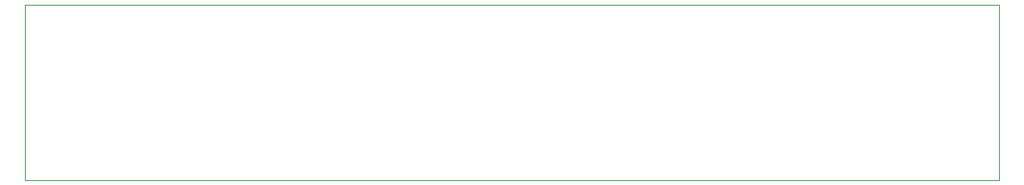
<source format=gbr>
%TF.GenerationSoftware,KiCad,Pcbnew,9.0.6*%
%TF.CreationDate,2025-12-31T15:00:17+05:30*%
%TF.ProjectId,venkat-pcb,76656e6b-6174-42d7-9063-622e6b696361,rev?*%
%TF.SameCoordinates,Original*%
%TF.FileFunction,Profile,NP*%
%FSLAX46Y46*%
G04 Gerber Fmt 4.6, Leading zero omitted, Abs format (unit mm)*
G04 Created by KiCad (PCBNEW 9.0.6) date 2025-12-31 15:00:17*
%MOMM*%
%LPD*%
G01*
G04 APERTURE LIST*
%TA.AperFunction,Profile*%
%ADD10C,0.050000*%
%TD*%
G04 APERTURE END LIST*
D10*
X89000000Y-106500000D02*
X191500000Y-106500000D01*
X89000000Y-88000000D02*
X89000000Y-106500000D01*
X191500000Y-88000000D02*
X89000000Y-88000000D01*
X191500000Y-106500000D02*
X191500000Y-88000000D01*
M02*

</source>
